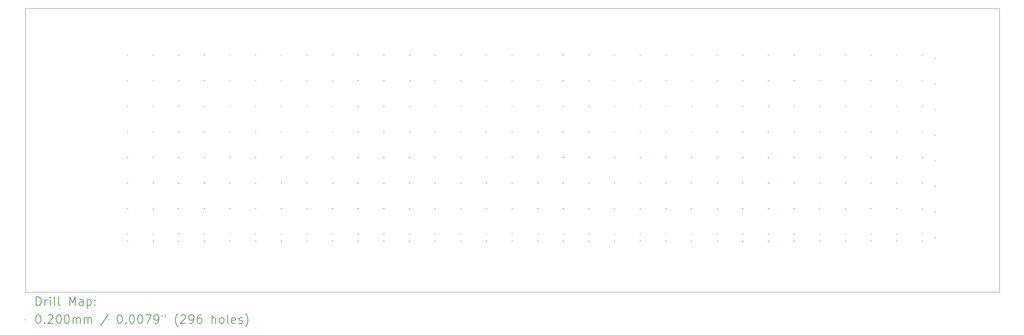
<source format=gbr>
%TF.GenerationSoftware,KiCad,Pcbnew,6.0.8+dfsg-1~bpo11+1*%
%TF.CreationDate,2023-03-24T18:56:03-04:00*%
%TF.ProjectId,captouch_sensor_diamond_alt_fill,63617074-6f75-4636-985f-73656e736f72,rev?*%
%TF.SameCoordinates,Original*%
%TF.FileFunction,Drillmap*%
%TF.FilePolarity,Positive*%
%FSLAX45Y45*%
G04 Gerber Fmt 4.5, Leading zero omitted, Abs format (unit mm)*
G04 Created by KiCad (PCBNEW 6.0.8+dfsg-1~bpo11+1) date 2023-03-24 18:56:03*
%MOMM*%
%LPD*%
G01*
G04 APERTURE LIST*
%ADD10C,0.100000*%
%ADD11C,0.200000*%
%ADD12C,0.020000*%
G04 APERTURE END LIST*
D10*
X4217500Y-4700000D02*
X27005000Y-4700000D01*
X27005000Y-4700000D02*
X27005000Y-11355000D01*
X27005000Y-11355000D02*
X4217500Y-11355000D01*
X4217500Y-11355000D02*
X4217500Y-4700000D01*
D11*
D12*
X6590000Y-5785000D02*
X6610000Y-5805000D01*
X6610000Y-5785000D02*
X6590000Y-5805000D01*
X6590000Y-6385000D02*
X6610000Y-6405000D01*
X6610000Y-6385000D02*
X6590000Y-6405000D01*
X6590000Y-6985000D02*
X6610000Y-7005000D01*
X6610000Y-6985000D02*
X6590000Y-7005000D01*
X6590000Y-7585000D02*
X6610000Y-7605000D01*
X6610000Y-7585000D02*
X6590000Y-7605000D01*
X6590000Y-8185000D02*
X6610000Y-8205000D01*
X6610000Y-8185000D02*
X6590000Y-8205000D01*
X6590000Y-8785000D02*
X6610000Y-8805000D01*
X6610000Y-8785000D02*
X6590000Y-8805000D01*
X6590000Y-9385000D02*
X6610000Y-9405000D01*
X6610000Y-9385000D02*
X6590000Y-9405000D01*
X6590000Y-9985000D02*
X6610000Y-10005000D01*
X6610000Y-9985000D02*
X6590000Y-10005000D01*
X6590000Y-10147500D02*
X6610000Y-10167500D01*
X6610000Y-10147500D02*
X6590000Y-10167500D01*
X7190000Y-5785000D02*
X7210000Y-5805000D01*
X7210000Y-5785000D02*
X7190000Y-5805000D01*
X7190000Y-6385000D02*
X7210000Y-6405000D01*
X7210000Y-6385000D02*
X7190000Y-6405000D01*
X7190000Y-6985000D02*
X7210000Y-7005000D01*
X7210000Y-6985000D02*
X7190000Y-7005000D01*
X7190000Y-7585000D02*
X7210000Y-7605000D01*
X7210000Y-7585000D02*
X7190000Y-7605000D01*
X7190000Y-8185000D02*
X7210000Y-8205000D01*
X7210000Y-8185000D02*
X7190000Y-8205000D01*
X7190000Y-8785000D02*
X7210000Y-8805000D01*
X7210000Y-8785000D02*
X7190000Y-8805000D01*
X7190000Y-9385000D02*
X7210000Y-9405000D01*
X7210000Y-9385000D02*
X7190000Y-9405000D01*
X7190000Y-9985000D02*
X7210000Y-10005000D01*
X7210000Y-9985000D02*
X7190000Y-10005000D01*
X7190000Y-10147500D02*
X7210000Y-10167500D01*
X7210000Y-10147500D02*
X7190000Y-10167500D01*
X7790000Y-5785000D02*
X7810000Y-5805000D01*
X7810000Y-5785000D02*
X7790000Y-5805000D01*
X7790000Y-6385000D02*
X7810000Y-6405000D01*
X7810000Y-6385000D02*
X7790000Y-6405000D01*
X7790000Y-6985000D02*
X7810000Y-7005000D01*
X7810000Y-6985000D02*
X7790000Y-7005000D01*
X7790000Y-7585000D02*
X7810000Y-7605000D01*
X7810000Y-7585000D02*
X7790000Y-7605000D01*
X7790000Y-8185000D02*
X7810000Y-8205000D01*
X7810000Y-8185000D02*
X7790000Y-8205000D01*
X7790000Y-8785000D02*
X7810000Y-8805000D01*
X7810000Y-8785000D02*
X7790000Y-8805000D01*
X7790000Y-9385000D02*
X7810000Y-9405000D01*
X7810000Y-9385000D02*
X7790000Y-9405000D01*
X7790000Y-9985000D02*
X7810000Y-10005000D01*
X7810000Y-9985000D02*
X7790000Y-10005000D01*
X7790000Y-10147500D02*
X7810000Y-10167500D01*
X7810000Y-10147500D02*
X7790000Y-10167500D01*
X8390000Y-5785000D02*
X8410000Y-5805000D01*
X8410000Y-5785000D02*
X8390000Y-5805000D01*
X8390000Y-6385000D02*
X8410000Y-6405000D01*
X8410000Y-6385000D02*
X8390000Y-6405000D01*
X8390000Y-6985000D02*
X8410000Y-7005000D01*
X8410000Y-6985000D02*
X8390000Y-7005000D01*
X8390000Y-7585000D02*
X8410000Y-7605000D01*
X8410000Y-7585000D02*
X8390000Y-7605000D01*
X8390000Y-8185000D02*
X8410000Y-8205000D01*
X8410000Y-8185000D02*
X8390000Y-8205000D01*
X8390000Y-8785000D02*
X8410000Y-8805000D01*
X8410000Y-8785000D02*
X8390000Y-8805000D01*
X8390000Y-9385000D02*
X8410000Y-9405000D01*
X8410000Y-9385000D02*
X8390000Y-9405000D01*
X8390000Y-9985000D02*
X8410000Y-10005000D01*
X8410000Y-9985000D02*
X8390000Y-10005000D01*
X8390000Y-10147500D02*
X8410000Y-10167500D01*
X8410000Y-10147500D02*
X8390000Y-10167500D01*
X8990000Y-5785000D02*
X9010000Y-5805000D01*
X9010000Y-5785000D02*
X8990000Y-5805000D01*
X8990000Y-6385000D02*
X9010000Y-6405000D01*
X9010000Y-6385000D02*
X8990000Y-6405000D01*
X8990000Y-6985000D02*
X9010000Y-7005000D01*
X9010000Y-6985000D02*
X8990000Y-7005000D01*
X8990000Y-7585000D02*
X9010000Y-7605000D01*
X9010000Y-7585000D02*
X8990000Y-7605000D01*
X8990000Y-8185000D02*
X9010000Y-8205000D01*
X9010000Y-8185000D02*
X8990000Y-8205000D01*
X8990000Y-8785000D02*
X9010000Y-8805000D01*
X9010000Y-8785000D02*
X8990000Y-8805000D01*
X8990000Y-9385000D02*
X9010000Y-9405000D01*
X9010000Y-9385000D02*
X8990000Y-9405000D01*
X8990000Y-9985000D02*
X9010000Y-10005000D01*
X9010000Y-9985000D02*
X8990000Y-10005000D01*
X8990000Y-10147500D02*
X9010000Y-10167500D01*
X9010000Y-10147500D02*
X8990000Y-10167500D01*
X9590000Y-5785000D02*
X9610000Y-5805000D01*
X9610000Y-5785000D02*
X9590000Y-5805000D01*
X9590000Y-6385000D02*
X9610000Y-6405000D01*
X9610000Y-6385000D02*
X9590000Y-6405000D01*
X9590000Y-6985000D02*
X9610000Y-7005000D01*
X9610000Y-6985000D02*
X9590000Y-7005000D01*
X9590000Y-7585000D02*
X9610000Y-7605000D01*
X9610000Y-7585000D02*
X9590000Y-7605000D01*
X9590000Y-8185000D02*
X9610000Y-8205000D01*
X9610000Y-8185000D02*
X9590000Y-8205000D01*
X9590000Y-8785000D02*
X9610000Y-8805000D01*
X9610000Y-8785000D02*
X9590000Y-8805000D01*
X9590000Y-9385000D02*
X9610000Y-9405000D01*
X9610000Y-9385000D02*
X9590000Y-9405000D01*
X9590000Y-9985000D02*
X9610000Y-10005000D01*
X9610000Y-9985000D02*
X9590000Y-10005000D01*
X9590000Y-10147500D02*
X9610000Y-10167500D01*
X9610000Y-10147500D02*
X9590000Y-10167500D01*
X10190000Y-5785000D02*
X10210000Y-5805000D01*
X10210000Y-5785000D02*
X10190000Y-5805000D01*
X10190000Y-6385000D02*
X10210000Y-6405000D01*
X10210000Y-6385000D02*
X10190000Y-6405000D01*
X10190000Y-6985000D02*
X10210000Y-7005000D01*
X10210000Y-6985000D02*
X10190000Y-7005000D01*
X10190000Y-7585000D02*
X10210000Y-7605000D01*
X10210000Y-7585000D02*
X10190000Y-7605000D01*
X10190000Y-8185000D02*
X10210000Y-8205000D01*
X10210000Y-8185000D02*
X10190000Y-8205000D01*
X10190000Y-8785000D02*
X10210000Y-8805000D01*
X10210000Y-8785000D02*
X10190000Y-8805000D01*
X10190000Y-9385000D02*
X10210000Y-9405000D01*
X10210000Y-9385000D02*
X10190000Y-9405000D01*
X10190000Y-9985000D02*
X10210000Y-10005000D01*
X10210000Y-9985000D02*
X10190000Y-10005000D01*
X10190000Y-10147500D02*
X10210000Y-10167500D01*
X10210000Y-10147500D02*
X10190000Y-10167500D01*
X10790000Y-5785000D02*
X10810000Y-5805000D01*
X10810000Y-5785000D02*
X10790000Y-5805000D01*
X10790000Y-6385000D02*
X10810000Y-6405000D01*
X10810000Y-6385000D02*
X10790000Y-6405000D01*
X10790000Y-6985000D02*
X10810000Y-7005000D01*
X10810000Y-6985000D02*
X10790000Y-7005000D01*
X10790000Y-7585000D02*
X10810000Y-7605000D01*
X10810000Y-7585000D02*
X10790000Y-7605000D01*
X10790000Y-8185000D02*
X10810000Y-8205000D01*
X10810000Y-8185000D02*
X10790000Y-8205000D01*
X10790000Y-8785000D02*
X10810000Y-8805000D01*
X10810000Y-8785000D02*
X10790000Y-8805000D01*
X10790000Y-9385000D02*
X10810000Y-9405000D01*
X10810000Y-9385000D02*
X10790000Y-9405000D01*
X10790000Y-9985000D02*
X10810000Y-10005000D01*
X10810000Y-9985000D02*
X10790000Y-10005000D01*
X10790000Y-10147500D02*
X10810000Y-10167500D01*
X10810000Y-10147500D02*
X10790000Y-10167500D01*
X11390000Y-5785000D02*
X11410000Y-5805000D01*
X11410000Y-5785000D02*
X11390000Y-5805000D01*
X11390000Y-6385000D02*
X11410000Y-6405000D01*
X11410000Y-6385000D02*
X11390000Y-6405000D01*
X11390000Y-6985000D02*
X11410000Y-7005000D01*
X11410000Y-6985000D02*
X11390000Y-7005000D01*
X11390000Y-7585000D02*
X11410000Y-7605000D01*
X11410000Y-7585000D02*
X11390000Y-7605000D01*
X11390000Y-8185000D02*
X11410000Y-8205000D01*
X11410000Y-8185000D02*
X11390000Y-8205000D01*
X11390000Y-8785000D02*
X11410000Y-8805000D01*
X11410000Y-8785000D02*
X11390000Y-8805000D01*
X11390000Y-9385000D02*
X11410000Y-9405000D01*
X11410000Y-9385000D02*
X11390000Y-9405000D01*
X11390000Y-9985000D02*
X11410000Y-10005000D01*
X11410000Y-9985000D02*
X11390000Y-10005000D01*
X11390000Y-10147500D02*
X11410000Y-10167500D01*
X11410000Y-10147500D02*
X11390000Y-10167500D01*
X11990000Y-5785000D02*
X12010000Y-5805000D01*
X12010000Y-5785000D02*
X11990000Y-5805000D01*
X11990000Y-6385000D02*
X12010000Y-6405000D01*
X12010000Y-6385000D02*
X11990000Y-6405000D01*
X11990000Y-6985000D02*
X12010000Y-7005000D01*
X12010000Y-6985000D02*
X11990000Y-7005000D01*
X11990000Y-7585000D02*
X12010000Y-7605000D01*
X12010000Y-7585000D02*
X11990000Y-7605000D01*
X11990000Y-8185000D02*
X12010000Y-8205000D01*
X12010000Y-8185000D02*
X11990000Y-8205000D01*
X11990000Y-8785000D02*
X12010000Y-8805000D01*
X12010000Y-8785000D02*
X11990000Y-8805000D01*
X11990000Y-9385000D02*
X12010000Y-9405000D01*
X12010000Y-9385000D02*
X11990000Y-9405000D01*
X11990000Y-9985000D02*
X12010000Y-10005000D01*
X12010000Y-9985000D02*
X11990000Y-10005000D01*
X11990000Y-10147500D02*
X12010000Y-10167500D01*
X12010000Y-10147500D02*
X11990000Y-10167500D01*
X12590000Y-5785000D02*
X12610000Y-5805000D01*
X12610000Y-5785000D02*
X12590000Y-5805000D01*
X12590000Y-6385000D02*
X12610000Y-6405000D01*
X12610000Y-6385000D02*
X12590000Y-6405000D01*
X12590000Y-6985000D02*
X12610000Y-7005000D01*
X12610000Y-6985000D02*
X12590000Y-7005000D01*
X12590000Y-7585000D02*
X12610000Y-7605000D01*
X12610000Y-7585000D02*
X12590000Y-7605000D01*
X12590000Y-8185000D02*
X12610000Y-8205000D01*
X12610000Y-8185000D02*
X12590000Y-8205000D01*
X12590000Y-8785000D02*
X12610000Y-8805000D01*
X12610000Y-8785000D02*
X12590000Y-8805000D01*
X12590000Y-9385000D02*
X12610000Y-9405000D01*
X12610000Y-9385000D02*
X12590000Y-9405000D01*
X12590000Y-9985000D02*
X12610000Y-10005000D01*
X12610000Y-9985000D02*
X12590000Y-10005000D01*
X12590000Y-10147500D02*
X12610000Y-10167500D01*
X12610000Y-10147500D02*
X12590000Y-10167500D01*
X13190000Y-5785000D02*
X13210000Y-5805000D01*
X13210000Y-5785000D02*
X13190000Y-5805000D01*
X13190000Y-6385000D02*
X13210000Y-6405000D01*
X13210000Y-6385000D02*
X13190000Y-6405000D01*
X13190000Y-6985000D02*
X13210000Y-7005000D01*
X13210000Y-6985000D02*
X13190000Y-7005000D01*
X13190000Y-7585000D02*
X13210000Y-7605000D01*
X13210000Y-7585000D02*
X13190000Y-7605000D01*
X13190000Y-8185000D02*
X13210000Y-8205000D01*
X13210000Y-8185000D02*
X13190000Y-8205000D01*
X13190000Y-8785000D02*
X13210000Y-8805000D01*
X13210000Y-8785000D02*
X13190000Y-8805000D01*
X13190000Y-9385000D02*
X13210000Y-9405000D01*
X13210000Y-9385000D02*
X13190000Y-9405000D01*
X13190000Y-9985000D02*
X13210000Y-10005000D01*
X13210000Y-9985000D02*
X13190000Y-10005000D01*
X13190000Y-10147500D02*
X13210000Y-10167500D01*
X13210000Y-10147500D02*
X13190000Y-10167500D01*
X13790000Y-5785000D02*
X13810000Y-5805000D01*
X13810000Y-5785000D02*
X13790000Y-5805000D01*
X13790000Y-6385000D02*
X13810000Y-6405000D01*
X13810000Y-6385000D02*
X13790000Y-6405000D01*
X13790000Y-6985000D02*
X13810000Y-7005000D01*
X13810000Y-6985000D02*
X13790000Y-7005000D01*
X13790000Y-7585000D02*
X13810000Y-7605000D01*
X13810000Y-7585000D02*
X13790000Y-7605000D01*
X13790000Y-8185000D02*
X13810000Y-8205000D01*
X13810000Y-8185000D02*
X13790000Y-8205000D01*
X13790000Y-8785000D02*
X13810000Y-8805000D01*
X13810000Y-8785000D02*
X13790000Y-8805000D01*
X13790000Y-9385000D02*
X13810000Y-9405000D01*
X13810000Y-9385000D02*
X13790000Y-9405000D01*
X13790000Y-9985000D02*
X13810000Y-10005000D01*
X13810000Y-9985000D02*
X13790000Y-10005000D01*
X13790000Y-10147500D02*
X13810000Y-10167500D01*
X13810000Y-10147500D02*
X13790000Y-10167500D01*
X14390000Y-5785000D02*
X14410000Y-5805000D01*
X14410000Y-5785000D02*
X14390000Y-5805000D01*
X14390000Y-6385000D02*
X14410000Y-6405000D01*
X14410000Y-6385000D02*
X14390000Y-6405000D01*
X14390000Y-6985000D02*
X14410000Y-7005000D01*
X14410000Y-6985000D02*
X14390000Y-7005000D01*
X14390000Y-7585000D02*
X14410000Y-7605000D01*
X14410000Y-7585000D02*
X14390000Y-7605000D01*
X14390000Y-8185000D02*
X14410000Y-8205000D01*
X14410000Y-8185000D02*
X14390000Y-8205000D01*
X14390000Y-8785000D02*
X14410000Y-8805000D01*
X14410000Y-8785000D02*
X14390000Y-8805000D01*
X14390000Y-9385000D02*
X14410000Y-9405000D01*
X14410000Y-9385000D02*
X14390000Y-9405000D01*
X14390000Y-9985000D02*
X14410000Y-10005000D01*
X14410000Y-9985000D02*
X14390000Y-10005000D01*
X14390000Y-10147500D02*
X14410000Y-10167500D01*
X14410000Y-10147500D02*
X14390000Y-10167500D01*
X14990000Y-5785000D02*
X15010000Y-5805000D01*
X15010000Y-5785000D02*
X14990000Y-5805000D01*
X14990000Y-6385000D02*
X15010000Y-6405000D01*
X15010000Y-6385000D02*
X14990000Y-6405000D01*
X14990000Y-6985000D02*
X15010000Y-7005000D01*
X15010000Y-6985000D02*
X14990000Y-7005000D01*
X14990000Y-7585000D02*
X15010000Y-7605000D01*
X15010000Y-7585000D02*
X14990000Y-7605000D01*
X14990000Y-8185000D02*
X15010000Y-8205000D01*
X15010000Y-8185000D02*
X14990000Y-8205000D01*
X14990000Y-8785000D02*
X15010000Y-8805000D01*
X15010000Y-8785000D02*
X14990000Y-8805000D01*
X14990000Y-9385000D02*
X15010000Y-9405000D01*
X15010000Y-9385000D02*
X14990000Y-9405000D01*
X14990000Y-9985000D02*
X15010000Y-10005000D01*
X15010000Y-9985000D02*
X14990000Y-10005000D01*
X14990000Y-10147500D02*
X15010000Y-10167500D01*
X15010000Y-10147500D02*
X14990000Y-10167500D01*
X15590000Y-5785000D02*
X15610000Y-5805000D01*
X15610000Y-5785000D02*
X15590000Y-5805000D01*
X15590000Y-6385000D02*
X15610000Y-6405000D01*
X15610000Y-6385000D02*
X15590000Y-6405000D01*
X15590000Y-6985000D02*
X15610000Y-7005000D01*
X15610000Y-6985000D02*
X15590000Y-7005000D01*
X15590000Y-7585000D02*
X15610000Y-7605000D01*
X15610000Y-7585000D02*
X15590000Y-7605000D01*
X15590000Y-8185000D02*
X15610000Y-8205000D01*
X15610000Y-8185000D02*
X15590000Y-8205000D01*
X15590000Y-8785000D02*
X15610000Y-8805000D01*
X15610000Y-8785000D02*
X15590000Y-8805000D01*
X15590000Y-9385000D02*
X15610000Y-9405000D01*
X15610000Y-9385000D02*
X15590000Y-9405000D01*
X15590000Y-9985000D02*
X15610000Y-10005000D01*
X15610000Y-9985000D02*
X15590000Y-10005000D01*
X15590000Y-10147500D02*
X15610000Y-10167500D01*
X15610000Y-10147500D02*
X15590000Y-10167500D01*
X16190000Y-5785000D02*
X16210000Y-5805000D01*
X16210000Y-5785000D02*
X16190000Y-5805000D01*
X16190000Y-6385000D02*
X16210000Y-6405000D01*
X16210000Y-6385000D02*
X16190000Y-6405000D01*
X16190000Y-6985000D02*
X16210000Y-7005000D01*
X16210000Y-6985000D02*
X16190000Y-7005000D01*
X16190000Y-7585000D02*
X16210000Y-7605000D01*
X16210000Y-7585000D02*
X16190000Y-7605000D01*
X16190000Y-8185000D02*
X16210000Y-8205000D01*
X16210000Y-8185000D02*
X16190000Y-8205000D01*
X16190000Y-8785000D02*
X16210000Y-8805000D01*
X16210000Y-8785000D02*
X16190000Y-8805000D01*
X16190000Y-9385000D02*
X16210000Y-9405000D01*
X16210000Y-9385000D02*
X16190000Y-9405000D01*
X16190000Y-9985000D02*
X16210000Y-10005000D01*
X16210000Y-9985000D02*
X16190000Y-10005000D01*
X16190000Y-10147500D02*
X16210000Y-10167500D01*
X16210000Y-10147500D02*
X16190000Y-10167500D01*
X16790000Y-5785000D02*
X16810000Y-5805000D01*
X16810000Y-5785000D02*
X16790000Y-5805000D01*
X16790000Y-6385000D02*
X16810000Y-6405000D01*
X16810000Y-6385000D02*
X16790000Y-6405000D01*
X16790000Y-6985000D02*
X16810000Y-7005000D01*
X16810000Y-6985000D02*
X16790000Y-7005000D01*
X16790000Y-7585000D02*
X16810000Y-7605000D01*
X16810000Y-7585000D02*
X16790000Y-7605000D01*
X16790000Y-8185000D02*
X16810000Y-8205000D01*
X16810000Y-8185000D02*
X16790000Y-8205000D01*
X16790000Y-8785000D02*
X16810000Y-8805000D01*
X16810000Y-8785000D02*
X16790000Y-8805000D01*
X16790000Y-9385000D02*
X16810000Y-9405000D01*
X16810000Y-9385000D02*
X16790000Y-9405000D01*
X16790000Y-9985000D02*
X16810000Y-10005000D01*
X16810000Y-9985000D02*
X16790000Y-10005000D01*
X16790000Y-10147500D02*
X16810000Y-10167500D01*
X16810000Y-10147500D02*
X16790000Y-10167500D01*
X17390000Y-5785000D02*
X17410000Y-5805000D01*
X17410000Y-5785000D02*
X17390000Y-5805000D01*
X17390000Y-6385000D02*
X17410000Y-6405000D01*
X17410000Y-6385000D02*
X17390000Y-6405000D01*
X17390000Y-6985000D02*
X17410000Y-7005000D01*
X17410000Y-6985000D02*
X17390000Y-7005000D01*
X17390000Y-7585000D02*
X17410000Y-7605000D01*
X17410000Y-7585000D02*
X17390000Y-7605000D01*
X17390000Y-8185000D02*
X17410000Y-8205000D01*
X17410000Y-8185000D02*
X17390000Y-8205000D01*
X17390000Y-8785000D02*
X17410000Y-8805000D01*
X17410000Y-8785000D02*
X17390000Y-8805000D01*
X17390000Y-9385000D02*
X17410000Y-9405000D01*
X17410000Y-9385000D02*
X17390000Y-9405000D01*
X17390000Y-9985000D02*
X17410000Y-10005000D01*
X17410000Y-9985000D02*
X17390000Y-10005000D01*
X17390000Y-10147500D02*
X17410000Y-10167500D01*
X17410000Y-10147500D02*
X17390000Y-10167500D01*
X17990000Y-5785000D02*
X18010000Y-5805000D01*
X18010000Y-5785000D02*
X17990000Y-5805000D01*
X17990000Y-6385000D02*
X18010000Y-6405000D01*
X18010000Y-6385000D02*
X17990000Y-6405000D01*
X17990000Y-6985000D02*
X18010000Y-7005000D01*
X18010000Y-6985000D02*
X17990000Y-7005000D01*
X17990000Y-7585000D02*
X18010000Y-7605000D01*
X18010000Y-7585000D02*
X17990000Y-7605000D01*
X17990000Y-8185000D02*
X18010000Y-8205000D01*
X18010000Y-8185000D02*
X17990000Y-8205000D01*
X17990000Y-8785000D02*
X18010000Y-8805000D01*
X18010000Y-8785000D02*
X17990000Y-8805000D01*
X17990000Y-9385000D02*
X18010000Y-9405000D01*
X18010000Y-9385000D02*
X17990000Y-9405000D01*
X17990000Y-9985000D02*
X18010000Y-10005000D01*
X18010000Y-9985000D02*
X17990000Y-10005000D01*
X17990000Y-10147500D02*
X18010000Y-10167500D01*
X18010000Y-10147500D02*
X17990000Y-10167500D01*
X18590000Y-5785000D02*
X18610000Y-5805000D01*
X18610000Y-5785000D02*
X18590000Y-5805000D01*
X18590000Y-6385000D02*
X18610000Y-6405000D01*
X18610000Y-6385000D02*
X18590000Y-6405000D01*
X18590000Y-6985000D02*
X18610000Y-7005000D01*
X18610000Y-6985000D02*
X18590000Y-7005000D01*
X18590000Y-7585000D02*
X18610000Y-7605000D01*
X18610000Y-7585000D02*
X18590000Y-7605000D01*
X18590000Y-8185000D02*
X18610000Y-8205000D01*
X18610000Y-8185000D02*
X18590000Y-8205000D01*
X18590000Y-8785000D02*
X18610000Y-8805000D01*
X18610000Y-8785000D02*
X18590000Y-8805000D01*
X18590000Y-9385000D02*
X18610000Y-9405000D01*
X18610000Y-9385000D02*
X18590000Y-9405000D01*
X18590000Y-9985000D02*
X18610000Y-10005000D01*
X18610000Y-9985000D02*
X18590000Y-10005000D01*
X18590000Y-10147500D02*
X18610000Y-10167500D01*
X18610000Y-10147500D02*
X18590000Y-10167500D01*
X19190000Y-5785000D02*
X19210000Y-5805000D01*
X19210000Y-5785000D02*
X19190000Y-5805000D01*
X19190000Y-6385000D02*
X19210000Y-6405000D01*
X19210000Y-6385000D02*
X19190000Y-6405000D01*
X19190000Y-6985000D02*
X19210000Y-7005000D01*
X19210000Y-6985000D02*
X19190000Y-7005000D01*
X19190000Y-7585000D02*
X19210000Y-7605000D01*
X19210000Y-7585000D02*
X19190000Y-7605000D01*
X19190000Y-8185000D02*
X19210000Y-8205000D01*
X19210000Y-8185000D02*
X19190000Y-8205000D01*
X19190000Y-8785000D02*
X19210000Y-8805000D01*
X19210000Y-8785000D02*
X19190000Y-8805000D01*
X19190000Y-9385000D02*
X19210000Y-9405000D01*
X19210000Y-9385000D02*
X19190000Y-9405000D01*
X19190000Y-9985000D02*
X19210000Y-10005000D01*
X19210000Y-9985000D02*
X19190000Y-10005000D01*
X19190000Y-10147500D02*
X19210000Y-10167500D01*
X19210000Y-10147500D02*
X19190000Y-10167500D01*
X19790000Y-5785000D02*
X19810000Y-5805000D01*
X19810000Y-5785000D02*
X19790000Y-5805000D01*
X19790000Y-6385000D02*
X19810000Y-6405000D01*
X19810000Y-6385000D02*
X19790000Y-6405000D01*
X19790000Y-6985000D02*
X19810000Y-7005000D01*
X19810000Y-6985000D02*
X19790000Y-7005000D01*
X19790000Y-7585000D02*
X19810000Y-7605000D01*
X19810000Y-7585000D02*
X19790000Y-7605000D01*
X19790000Y-8185000D02*
X19810000Y-8205000D01*
X19810000Y-8185000D02*
X19790000Y-8205000D01*
X19790000Y-8785000D02*
X19810000Y-8805000D01*
X19810000Y-8785000D02*
X19790000Y-8805000D01*
X19790000Y-9385000D02*
X19810000Y-9405000D01*
X19810000Y-9385000D02*
X19790000Y-9405000D01*
X19790000Y-9985000D02*
X19810000Y-10005000D01*
X19810000Y-9985000D02*
X19790000Y-10005000D01*
X19790000Y-10147500D02*
X19810000Y-10167500D01*
X19810000Y-10147500D02*
X19790000Y-10167500D01*
X20390000Y-5785000D02*
X20410000Y-5805000D01*
X20410000Y-5785000D02*
X20390000Y-5805000D01*
X20390000Y-6385000D02*
X20410000Y-6405000D01*
X20410000Y-6385000D02*
X20390000Y-6405000D01*
X20390000Y-6985000D02*
X20410000Y-7005000D01*
X20410000Y-6985000D02*
X20390000Y-7005000D01*
X20390000Y-7585000D02*
X20410000Y-7605000D01*
X20410000Y-7585000D02*
X20390000Y-7605000D01*
X20390000Y-8185000D02*
X20410000Y-8205000D01*
X20410000Y-8185000D02*
X20390000Y-8205000D01*
X20390000Y-8785000D02*
X20410000Y-8805000D01*
X20410000Y-8785000D02*
X20390000Y-8805000D01*
X20390000Y-9385000D02*
X20410000Y-9405000D01*
X20410000Y-9385000D02*
X20390000Y-9405000D01*
X20390000Y-9985000D02*
X20410000Y-10005000D01*
X20410000Y-9985000D02*
X20390000Y-10005000D01*
X20390000Y-10147500D02*
X20410000Y-10167500D01*
X20410000Y-10147500D02*
X20390000Y-10167500D01*
X20990000Y-5785000D02*
X21010000Y-5805000D01*
X21010000Y-5785000D02*
X20990000Y-5805000D01*
X20990000Y-6385000D02*
X21010000Y-6405000D01*
X21010000Y-6385000D02*
X20990000Y-6405000D01*
X20990000Y-6985000D02*
X21010000Y-7005000D01*
X21010000Y-6985000D02*
X20990000Y-7005000D01*
X20990000Y-7585000D02*
X21010000Y-7605000D01*
X21010000Y-7585000D02*
X20990000Y-7605000D01*
X20990000Y-8185000D02*
X21010000Y-8205000D01*
X21010000Y-8185000D02*
X20990000Y-8205000D01*
X20990000Y-8785000D02*
X21010000Y-8805000D01*
X21010000Y-8785000D02*
X20990000Y-8805000D01*
X20990000Y-9385000D02*
X21010000Y-9405000D01*
X21010000Y-9385000D02*
X20990000Y-9405000D01*
X20990000Y-9985000D02*
X21010000Y-10005000D01*
X21010000Y-9985000D02*
X20990000Y-10005000D01*
X20990000Y-10147500D02*
X21010000Y-10167500D01*
X21010000Y-10147500D02*
X20990000Y-10167500D01*
X21590000Y-5785000D02*
X21610000Y-5805000D01*
X21610000Y-5785000D02*
X21590000Y-5805000D01*
X21590000Y-6385000D02*
X21610000Y-6405000D01*
X21610000Y-6385000D02*
X21590000Y-6405000D01*
X21590000Y-6985000D02*
X21610000Y-7005000D01*
X21610000Y-6985000D02*
X21590000Y-7005000D01*
X21590000Y-7585000D02*
X21610000Y-7605000D01*
X21610000Y-7585000D02*
X21590000Y-7605000D01*
X21590000Y-8185000D02*
X21610000Y-8205000D01*
X21610000Y-8185000D02*
X21590000Y-8205000D01*
X21590000Y-8785000D02*
X21610000Y-8805000D01*
X21610000Y-8785000D02*
X21590000Y-8805000D01*
X21590000Y-9385000D02*
X21610000Y-9405000D01*
X21610000Y-9385000D02*
X21590000Y-9405000D01*
X21590000Y-9985000D02*
X21610000Y-10005000D01*
X21610000Y-9985000D02*
X21590000Y-10005000D01*
X21590000Y-10147500D02*
X21610000Y-10167500D01*
X21610000Y-10147500D02*
X21590000Y-10167500D01*
X22190000Y-5785000D02*
X22210000Y-5805000D01*
X22210000Y-5785000D02*
X22190000Y-5805000D01*
X22190000Y-6385000D02*
X22210000Y-6405000D01*
X22210000Y-6385000D02*
X22190000Y-6405000D01*
X22190000Y-6985000D02*
X22210000Y-7005000D01*
X22210000Y-6985000D02*
X22190000Y-7005000D01*
X22190000Y-7585000D02*
X22210000Y-7605000D01*
X22210000Y-7585000D02*
X22190000Y-7605000D01*
X22190000Y-8185000D02*
X22210000Y-8205000D01*
X22210000Y-8185000D02*
X22190000Y-8205000D01*
X22190000Y-8785000D02*
X22210000Y-8805000D01*
X22210000Y-8785000D02*
X22190000Y-8805000D01*
X22190000Y-9385000D02*
X22210000Y-9405000D01*
X22210000Y-9385000D02*
X22190000Y-9405000D01*
X22190000Y-9985000D02*
X22210000Y-10005000D01*
X22210000Y-9985000D02*
X22190000Y-10005000D01*
X22190000Y-10147500D02*
X22210000Y-10167500D01*
X22210000Y-10147500D02*
X22190000Y-10167500D01*
X22790000Y-5785000D02*
X22810000Y-5805000D01*
X22810000Y-5785000D02*
X22790000Y-5805000D01*
X22790000Y-6385000D02*
X22810000Y-6405000D01*
X22810000Y-6385000D02*
X22790000Y-6405000D01*
X22790000Y-6985000D02*
X22810000Y-7005000D01*
X22810000Y-6985000D02*
X22790000Y-7005000D01*
X22790000Y-7585000D02*
X22810000Y-7605000D01*
X22810000Y-7585000D02*
X22790000Y-7605000D01*
X22790000Y-8185000D02*
X22810000Y-8205000D01*
X22810000Y-8185000D02*
X22790000Y-8205000D01*
X22790000Y-8785000D02*
X22810000Y-8805000D01*
X22810000Y-8785000D02*
X22790000Y-8805000D01*
X22790000Y-9385000D02*
X22810000Y-9405000D01*
X22810000Y-9385000D02*
X22790000Y-9405000D01*
X22790000Y-9985000D02*
X22810000Y-10005000D01*
X22810000Y-9985000D02*
X22790000Y-10005000D01*
X22790000Y-10147500D02*
X22810000Y-10167500D01*
X22810000Y-10147500D02*
X22790000Y-10167500D01*
X23390000Y-5785000D02*
X23410000Y-5805000D01*
X23410000Y-5785000D02*
X23390000Y-5805000D01*
X23390000Y-6385000D02*
X23410000Y-6405000D01*
X23410000Y-6385000D02*
X23390000Y-6405000D01*
X23390000Y-6985000D02*
X23410000Y-7005000D01*
X23410000Y-6985000D02*
X23390000Y-7005000D01*
X23390000Y-7585000D02*
X23410000Y-7605000D01*
X23410000Y-7585000D02*
X23390000Y-7605000D01*
X23390000Y-8185000D02*
X23410000Y-8205000D01*
X23410000Y-8185000D02*
X23390000Y-8205000D01*
X23390000Y-8785000D02*
X23410000Y-8805000D01*
X23410000Y-8785000D02*
X23390000Y-8805000D01*
X23390000Y-9385000D02*
X23410000Y-9405000D01*
X23410000Y-9385000D02*
X23390000Y-9405000D01*
X23390000Y-9985000D02*
X23410000Y-10005000D01*
X23410000Y-9985000D02*
X23390000Y-10005000D01*
X23390000Y-10147500D02*
X23410000Y-10167500D01*
X23410000Y-10147500D02*
X23390000Y-10167500D01*
X23990000Y-5785000D02*
X24010000Y-5805000D01*
X24010000Y-5785000D02*
X23990000Y-5805000D01*
X23990000Y-6385000D02*
X24010000Y-6405000D01*
X24010000Y-6385000D02*
X23990000Y-6405000D01*
X23990000Y-6985000D02*
X24010000Y-7005000D01*
X24010000Y-6985000D02*
X23990000Y-7005000D01*
X23990000Y-7585000D02*
X24010000Y-7605000D01*
X24010000Y-7585000D02*
X23990000Y-7605000D01*
X23990000Y-8185000D02*
X24010000Y-8205000D01*
X24010000Y-8185000D02*
X23990000Y-8205000D01*
X23990000Y-8785000D02*
X24010000Y-8805000D01*
X24010000Y-8785000D02*
X23990000Y-8805000D01*
X23990000Y-9385000D02*
X24010000Y-9405000D01*
X24010000Y-9385000D02*
X23990000Y-9405000D01*
X23990000Y-9985000D02*
X24010000Y-10005000D01*
X24010000Y-9985000D02*
X23990000Y-10005000D01*
X23990000Y-10147500D02*
X24010000Y-10167500D01*
X24010000Y-10147500D02*
X23990000Y-10167500D01*
X24590000Y-5785000D02*
X24610000Y-5805000D01*
X24610000Y-5785000D02*
X24590000Y-5805000D01*
X24590000Y-6385000D02*
X24610000Y-6405000D01*
X24610000Y-6385000D02*
X24590000Y-6405000D01*
X24590000Y-6985000D02*
X24610000Y-7005000D01*
X24610000Y-6985000D02*
X24590000Y-7005000D01*
X24590000Y-7585000D02*
X24610000Y-7605000D01*
X24610000Y-7585000D02*
X24590000Y-7605000D01*
X24590000Y-8185000D02*
X24610000Y-8205000D01*
X24610000Y-8185000D02*
X24590000Y-8205000D01*
X24590000Y-8785000D02*
X24610000Y-8805000D01*
X24610000Y-8785000D02*
X24590000Y-8805000D01*
X24590000Y-9385000D02*
X24610000Y-9405000D01*
X24610000Y-9385000D02*
X24590000Y-9405000D01*
X24590000Y-9985000D02*
X24610000Y-10005000D01*
X24610000Y-9985000D02*
X24590000Y-10005000D01*
X24590000Y-10147500D02*
X24610000Y-10167500D01*
X24610000Y-10147500D02*
X24590000Y-10167500D01*
X25190000Y-5785000D02*
X25210000Y-5805000D01*
X25210000Y-5785000D02*
X25190000Y-5805000D01*
X25190000Y-6385000D02*
X25210000Y-6405000D01*
X25210000Y-6385000D02*
X25190000Y-6405000D01*
X25190000Y-6985000D02*
X25210000Y-7005000D01*
X25210000Y-6985000D02*
X25190000Y-7005000D01*
X25190000Y-7585000D02*
X25210000Y-7605000D01*
X25210000Y-7585000D02*
X25190000Y-7605000D01*
X25190000Y-8185000D02*
X25210000Y-8205000D01*
X25210000Y-8185000D02*
X25190000Y-8205000D01*
X25190000Y-8785000D02*
X25210000Y-8805000D01*
X25210000Y-8785000D02*
X25190000Y-8805000D01*
X25190000Y-9385000D02*
X25210000Y-9405000D01*
X25210000Y-9385000D02*
X25190000Y-9405000D01*
X25190000Y-9985000D02*
X25210000Y-10005000D01*
X25210000Y-9985000D02*
X25190000Y-10005000D01*
X25190000Y-10147500D02*
X25210000Y-10167500D01*
X25210000Y-10147500D02*
X25190000Y-10167500D01*
X25490000Y-5862500D02*
X25510000Y-5882500D01*
X25510000Y-5862500D02*
X25490000Y-5882500D01*
X25490000Y-6462500D02*
X25510000Y-6482500D01*
X25510000Y-6462500D02*
X25490000Y-6482500D01*
X25490000Y-7062500D02*
X25510000Y-7082500D01*
X25510000Y-7062500D02*
X25490000Y-7082500D01*
X25490000Y-7662500D02*
X25510000Y-7682500D01*
X25510000Y-7662500D02*
X25490000Y-7682500D01*
X25490000Y-8262500D02*
X25510000Y-8282500D01*
X25510000Y-8262500D02*
X25490000Y-8282500D01*
X25490000Y-8862500D02*
X25510000Y-8882500D01*
X25510000Y-8862500D02*
X25490000Y-8882500D01*
X25490000Y-9462500D02*
X25510000Y-9482500D01*
X25510000Y-9462500D02*
X25490000Y-9482500D01*
X25490000Y-10062500D02*
X25510000Y-10082500D01*
X25510000Y-10062500D02*
X25490000Y-10082500D01*
D11*
X4470119Y-11670476D02*
X4470119Y-11470476D01*
X4517738Y-11470476D01*
X4546310Y-11480000D01*
X4565357Y-11499048D01*
X4574881Y-11518095D01*
X4584405Y-11556190D01*
X4584405Y-11584762D01*
X4574881Y-11622857D01*
X4565357Y-11641905D01*
X4546310Y-11660952D01*
X4517738Y-11670476D01*
X4470119Y-11670476D01*
X4670119Y-11670476D02*
X4670119Y-11537143D01*
X4670119Y-11575238D02*
X4679643Y-11556190D01*
X4689167Y-11546667D01*
X4708214Y-11537143D01*
X4727262Y-11537143D01*
X4793929Y-11670476D02*
X4793929Y-11537143D01*
X4793929Y-11470476D02*
X4784405Y-11480000D01*
X4793929Y-11489524D01*
X4803452Y-11480000D01*
X4793929Y-11470476D01*
X4793929Y-11489524D01*
X4917738Y-11670476D02*
X4898690Y-11660952D01*
X4889167Y-11641905D01*
X4889167Y-11470476D01*
X5022500Y-11670476D02*
X5003452Y-11660952D01*
X4993929Y-11641905D01*
X4993929Y-11470476D01*
X5251071Y-11670476D02*
X5251071Y-11470476D01*
X5317738Y-11613333D01*
X5384405Y-11470476D01*
X5384405Y-11670476D01*
X5565357Y-11670476D02*
X5565357Y-11565714D01*
X5555833Y-11546667D01*
X5536786Y-11537143D01*
X5498690Y-11537143D01*
X5479643Y-11546667D01*
X5565357Y-11660952D02*
X5546310Y-11670476D01*
X5498690Y-11670476D01*
X5479643Y-11660952D01*
X5470119Y-11641905D01*
X5470119Y-11622857D01*
X5479643Y-11603809D01*
X5498690Y-11594286D01*
X5546310Y-11594286D01*
X5565357Y-11584762D01*
X5660595Y-11537143D02*
X5660595Y-11737143D01*
X5660595Y-11546667D02*
X5679643Y-11537143D01*
X5717738Y-11537143D01*
X5736786Y-11546667D01*
X5746309Y-11556190D01*
X5755833Y-11575238D01*
X5755833Y-11632381D01*
X5746309Y-11651428D01*
X5736786Y-11660952D01*
X5717738Y-11670476D01*
X5679643Y-11670476D01*
X5660595Y-11660952D01*
X5841548Y-11651428D02*
X5851071Y-11660952D01*
X5841548Y-11670476D01*
X5832024Y-11660952D01*
X5841548Y-11651428D01*
X5841548Y-11670476D01*
X5841548Y-11546667D02*
X5851071Y-11556190D01*
X5841548Y-11565714D01*
X5832024Y-11556190D01*
X5841548Y-11546667D01*
X5841548Y-11565714D01*
D12*
X4192500Y-11990000D02*
X4212500Y-12010000D01*
X4212500Y-11990000D02*
X4192500Y-12010000D01*
D11*
X4508214Y-11890476D02*
X4527262Y-11890476D01*
X4546310Y-11900000D01*
X4555833Y-11909524D01*
X4565357Y-11928571D01*
X4574881Y-11966667D01*
X4574881Y-12014286D01*
X4565357Y-12052381D01*
X4555833Y-12071428D01*
X4546310Y-12080952D01*
X4527262Y-12090476D01*
X4508214Y-12090476D01*
X4489167Y-12080952D01*
X4479643Y-12071428D01*
X4470119Y-12052381D01*
X4460595Y-12014286D01*
X4460595Y-11966667D01*
X4470119Y-11928571D01*
X4479643Y-11909524D01*
X4489167Y-11900000D01*
X4508214Y-11890476D01*
X4660595Y-12071428D02*
X4670119Y-12080952D01*
X4660595Y-12090476D01*
X4651071Y-12080952D01*
X4660595Y-12071428D01*
X4660595Y-12090476D01*
X4746310Y-11909524D02*
X4755833Y-11900000D01*
X4774881Y-11890476D01*
X4822500Y-11890476D01*
X4841548Y-11900000D01*
X4851071Y-11909524D01*
X4860595Y-11928571D01*
X4860595Y-11947619D01*
X4851071Y-11976190D01*
X4736786Y-12090476D01*
X4860595Y-12090476D01*
X4984405Y-11890476D02*
X5003452Y-11890476D01*
X5022500Y-11900000D01*
X5032024Y-11909524D01*
X5041548Y-11928571D01*
X5051071Y-11966667D01*
X5051071Y-12014286D01*
X5041548Y-12052381D01*
X5032024Y-12071428D01*
X5022500Y-12080952D01*
X5003452Y-12090476D01*
X4984405Y-12090476D01*
X4965357Y-12080952D01*
X4955833Y-12071428D01*
X4946310Y-12052381D01*
X4936786Y-12014286D01*
X4936786Y-11966667D01*
X4946310Y-11928571D01*
X4955833Y-11909524D01*
X4965357Y-11900000D01*
X4984405Y-11890476D01*
X5174881Y-11890476D02*
X5193929Y-11890476D01*
X5212976Y-11900000D01*
X5222500Y-11909524D01*
X5232024Y-11928571D01*
X5241548Y-11966667D01*
X5241548Y-12014286D01*
X5232024Y-12052381D01*
X5222500Y-12071428D01*
X5212976Y-12080952D01*
X5193929Y-12090476D01*
X5174881Y-12090476D01*
X5155833Y-12080952D01*
X5146310Y-12071428D01*
X5136786Y-12052381D01*
X5127262Y-12014286D01*
X5127262Y-11966667D01*
X5136786Y-11928571D01*
X5146310Y-11909524D01*
X5155833Y-11900000D01*
X5174881Y-11890476D01*
X5327262Y-12090476D02*
X5327262Y-11957143D01*
X5327262Y-11976190D02*
X5336786Y-11966667D01*
X5355833Y-11957143D01*
X5384405Y-11957143D01*
X5403452Y-11966667D01*
X5412976Y-11985714D01*
X5412976Y-12090476D01*
X5412976Y-11985714D02*
X5422500Y-11966667D01*
X5441548Y-11957143D01*
X5470119Y-11957143D01*
X5489167Y-11966667D01*
X5498690Y-11985714D01*
X5498690Y-12090476D01*
X5593928Y-12090476D02*
X5593928Y-11957143D01*
X5593928Y-11976190D02*
X5603452Y-11966667D01*
X5622500Y-11957143D01*
X5651071Y-11957143D01*
X5670119Y-11966667D01*
X5679643Y-11985714D01*
X5679643Y-12090476D01*
X5679643Y-11985714D02*
X5689167Y-11966667D01*
X5708214Y-11957143D01*
X5736786Y-11957143D01*
X5755833Y-11966667D01*
X5765357Y-11985714D01*
X5765357Y-12090476D01*
X6155833Y-11880952D02*
X5984405Y-12138095D01*
X6412976Y-11890476D02*
X6432024Y-11890476D01*
X6451071Y-11900000D01*
X6460595Y-11909524D01*
X6470119Y-11928571D01*
X6479643Y-11966667D01*
X6479643Y-12014286D01*
X6470119Y-12052381D01*
X6460595Y-12071428D01*
X6451071Y-12080952D01*
X6432024Y-12090476D01*
X6412976Y-12090476D01*
X6393928Y-12080952D01*
X6384405Y-12071428D01*
X6374881Y-12052381D01*
X6365357Y-12014286D01*
X6365357Y-11966667D01*
X6374881Y-11928571D01*
X6384405Y-11909524D01*
X6393928Y-11900000D01*
X6412976Y-11890476D01*
X6565357Y-12071428D02*
X6574881Y-12080952D01*
X6565357Y-12090476D01*
X6555833Y-12080952D01*
X6565357Y-12071428D01*
X6565357Y-12090476D01*
X6698690Y-11890476D02*
X6717738Y-11890476D01*
X6736786Y-11900000D01*
X6746309Y-11909524D01*
X6755833Y-11928571D01*
X6765357Y-11966667D01*
X6765357Y-12014286D01*
X6755833Y-12052381D01*
X6746309Y-12071428D01*
X6736786Y-12080952D01*
X6717738Y-12090476D01*
X6698690Y-12090476D01*
X6679643Y-12080952D01*
X6670119Y-12071428D01*
X6660595Y-12052381D01*
X6651071Y-12014286D01*
X6651071Y-11966667D01*
X6660595Y-11928571D01*
X6670119Y-11909524D01*
X6679643Y-11900000D01*
X6698690Y-11890476D01*
X6889167Y-11890476D02*
X6908214Y-11890476D01*
X6927262Y-11900000D01*
X6936786Y-11909524D01*
X6946309Y-11928571D01*
X6955833Y-11966667D01*
X6955833Y-12014286D01*
X6946309Y-12052381D01*
X6936786Y-12071428D01*
X6927262Y-12080952D01*
X6908214Y-12090476D01*
X6889167Y-12090476D01*
X6870119Y-12080952D01*
X6860595Y-12071428D01*
X6851071Y-12052381D01*
X6841548Y-12014286D01*
X6841548Y-11966667D01*
X6851071Y-11928571D01*
X6860595Y-11909524D01*
X6870119Y-11900000D01*
X6889167Y-11890476D01*
X7022500Y-11890476D02*
X7155833Y-11890476D01*
X7070119Y-12090476D01*
X7241548Y-12090476D02*
X7279643Y-12090476D01*
X7298690Y-12080952D01*
X7308214Y-12071428D01*
X7327262Y-12042857D01*
X7336786Y-12004762D01*
X7336786Y-11928571D01*
X7327262Y-11909524D01*
X7317738Y-11900000D01*
X7298690Y-11890476D01*
X7260595Y-11890476D01*
X7241548Y-11900000D01*
X7232024Y-11909524D01*
X7222500Y-11928571D01*
X7222500Y-11976190D01*
X7232024Y-11995238D01*
X7241548Y-12004762D01*
X7260595Y-12014286D01*
X7298690Y-12014286D01*
X7317738Y-12004762D01*
X7327262Y-11995238D01*
X7336786Y-11976190D01*
X7412976Y-11890476D02*
X7412976Y-11928571D01*
X7489167Y-11890476D02*
X7489167Y-11928571D01*
X7784405Y-12166667D02*
X7774881Y-12157143D01*
X7755833Y-12128571D01*
X7746309Y-12109524D01*
X7736786Y-12080952D01*
X7727262Y-12033333D01*
X7727262Y-11995238D01*
X7736786Y-11947619D01*
X7746309Y-11919048D01*
X7755833Y-11900000D01*
X7774881Y-11871428D01*
X7784405Y-11861905D01*
X7851071Y-11909524D02*
X7860595Y-11900000D01*
X7879643Y-11890476D01*
X7927262Y-11890476D01*
X7946309Y-11900000D01*
X7955833Y-11909524D01*
X7965357Y-11928571D01*
X7965357Y-11947619D01*
X7955833Y-11976190D01*
X7841548Y-12090476D01*
X7965357Y-12090476D01*
X8060595Y-12090476D02*
X8098690Y-12090476D01*
X8117738Y-12080952D01*
X8127262Y-12071428D01*
X8146309Y-12042857D01*
X8155833Y-12004762D01*
X8155833Y-11928571D01*
X8146309Y-11909524D01*
X8136786Y-11900000D01*
X8117738Y-11890476D01*
X8079643Y-11890476D01*
X8060595Y-11900000D01*
X8051071Y-11909524D01*
X8041548Y-11928571D01*
X8041548Y-11976190D01*
X8051071Y-11995238D01*
X8060595Y-12004762D01*
X8079643Y-12014286D01*
X8117738Y-12014286D01*
X8136786Y-12004762D01*
X8146309Y-11995238D01*
X8155833Y-11976190D01*
X8327262Y-11890476D02*
X8289167Y-11890476D01*
X8270119Y-11900000D01*
X8260595Y-11909524D01*
X8241548Y-11938095D01*
X8232024Y-11976190D01*
X8232024Y-12052381D01*
X8241548Y-12071428D01*
X8251071Y-12080952D01*
X8270119Y-12090476D01*
X8308214Y-12090476D01*
X8327262Y-12080952D01*
X8336786Y-12071428D01*
X8346309Y-12052381D01*
X8346309Y-12004762D01*
X8336786Y-11985714D01*
X8327262Y-11976190D01*
X8308214Y-11966667D01*
X8270119Y-11966667D01*
X8251071Y-11976190D01*
X8241548Y-11985714D01*
X8232024Y-12004762D01*
X8584405Y-12090476D02*
X8584405Y-11890476D01*
X8670119Y-12090476D02*
X8670119Y-11985714D01*
X8660595Y-11966667D01*
X8641548Y-11957143D01*
X8612976Y-11957143D01*
X8593929Y-11966667D01*
X8584405Y-11976190D01*
X8793929Y-12090476D02*
X8774881Y-12080952D01*
X8765357Y-12071428D01*
X8755833Y-12052381D01*
X8755833Y-11995238D01*
X8765357Y-11976190D01*
X8774881Y-11966667D01*
X8793929Y-11957143D01*
X8822500Y-11957143D01*
X8841548Y-11966667D01*
X8851071Y-11976190D01*
X8860595Y-11995238D01*
X8860595Y-12052381D01*
X8851071Y-12071428D01*
X8841548Y-12080952D01*
X8822500Y-12090476D01*
X8793929Y-12090476D01*
X8974881Y-12090476D02*
X8955833Y-12080952D01*
X8946310Y-12061905D01*
X8946310Y-11890476D01*
X9127262Y-12080952D02*
X9108214Y-12090476D01*
X9070119Y-12090476D01*
X9051071Y-12080952D01*
X9041548Y-12061905D01*
X9041548Y-11985714D01*
X9051071Y-11966667D01*
X9070119Y-11957143D01*
X9108214Y-11957143D01*
X9127262Y-11966667D01*
X9136786Y-11985714D01*
X9136786Y-12004762D01*
X9041548Y-12023809D01*
X9212976Y-12080952D02*
X9232024Y-12090476D01*
X9270119Y-12090476D01*
X9289167Y-12080952D01*
X9298690Y-12061905D01*
X9298690Y-12052381D01*
X9289167Y-12033333D01*
X9270119Y-12023809D01*
X9241548Y-12023809D01*
X9222500Y-12014286D01*
X9212976Y-11995238D01*
X9212976Y-11985714D01*
X9222500Y-11966667D01*
X9241548Y-11957143D01*
X9270119Y-11957143D01*
X9289167Y-11966667D01*
X9365357Y-12166667D02*
X9374881Y-12157143D01*
X9393929Y-12128571D01*
X9403452Y-12109524D01*
X9412976Y-12080952D01*
X9422500Y-12033333D01*
X9422500Y-11995238D01*
X9412976Y-11947619D01*
X9403452Y-11919048D01*
X9393929Y-11900000D01*
X9374881Y-11871428D01*
X9365357Y-11861905D01*
M02*

</source>
